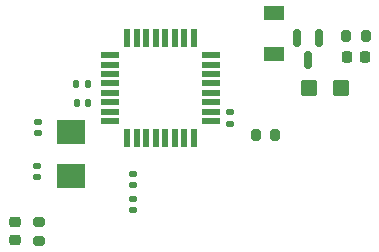
<source format=gbr>
%TF.GenerationSoftware,KiCad,Pcbnew,(6.0.7-1)-1*%
%TF.CreationDate,2023-01-06T18:56:56-05:00*%
%TF.ProjectId,atmega328,61746d65-6761-4333-9238-2e6b69636164,rev?*%
%TF.SameCoordinates,Original*%
%TF.FileFunction,Paste,Top*%
%TF.FilePolarity,Positive*%
%FSLAX46Y46*%
G04 Gerber Fmt 4.6, Leading zero omitted, Abs format (unit mm)*
G04 Created by KiCad (PCBNEW (6.0.7-1)-1) date 2023-01-06 18:56:56*
%MOMM*%
%LPD*%
G01*
G04 APERTURE LIST*
G04 Aperture macros list*
%AMRoundRect*
0 Rectangle with rounded corners*
0 $1 Rounding radius*
0 $2 $3 $4 $5 $6 $7 $8 $9 X,Y pos of 4 corners*
0 Add a 4 corners polygon primitive as box body*
4,1,4,$2,$3,$4,$5,$6,$7,$8,$9,$2,$3,0*
0 Add four circle primitives for the rounded corners*
1,1,$1+$1,$2,$3*
1,1,$1+$1,$4,$5*
1,1,$1+$1,$6,$7*
1,1,$1+$1,$8,$9*
0 Add four rect primitives between the rounded corners*
20,1,$1+$1,$2,$3,$4,$5,0*
20,1,$1+$1,$4,$5,$6,$7,0*
20,1,$1+$1,$6,$7,$8,$9,0*
20,1,$1+$1,$8,$9,$2,$3,0*%
G04 Aperture macros list end*
%ADD10RoundRect,0.140000X0.170000X-0.140000X0.170000X0.140000X-0.170000X0.140000X-0.170000X-0.140000X0*%
%ADD11R,2.400000X2.000000*%
%ADD12RoundRect,0.218750X0.256250X-0.218750X0.256250X0.218750X-0.256250X0.218750X-0.256250X-0.218750X0*%
%ADD13RoundRect,0.200000X-0.200000X-0.275000X0.200000X-0.275000X0.200000X0.275000X-0.200000X0.275000X0*%
%ADD14R,0.550000X1.600000*%
%ADD15R,1.600000X0.550000*%
%ADD16RoundRect,0.140000X0.140000X0.170000X-0.140000X0.170000X-0.140000X-0.170000X0.140000X-0.170000X0*%
%ADD17RoundRect,0.140000X-0.170000X0.140000X-0.170000X-0.140000X0.170000X-0.140000X0.170000X0.140000X0*%
%ADD18RoundRect,0.225000X-0.225000X-0.250000X0.225000X-0.250000X0.225000X0.250000X-0.225000X0.250000X0*%
%ADD19RoundRect,0.250000X-0.450000X-0.425000X0.450000X-0.425000X0.450000X0.425000X-0.450000X0.425000X0*%
%ADD20RoundRect,0.200000X-0.275000X0.200000X-0.275000X-0.200000X0.275000X-0.200000X0.275000X0.200000X0*%
%ADD21RoundRect,0.150000X-0.150000X0.587500X-0.150000X-0.587500X0.150000X-0.587500X0.150000X0.587500X0*%
%ADD22R,1.700000X1.300000*%
G04 APERTURE END LIST*
D10*
%TO.C,C9*%
X140350000Y-103480000D03*
X140350000Y-102520000D03*
%TD*%
D11*
%TO.C,Y1*%
X135084800Y-99014400D03*
X135084800Y-102714400D03*
%TD*%
D12*
%TO.C,D2*%
X130326800Y-108127700D03*
X130326800Y-106552700D03*
%TD*%
D13*
%TO.C,R1*%
X158384800Y-90834400D03*
X160034800Y-90834400D03*
%TD*%
D14*
%TO.C,U1*%
X139870000Y-91010000D03*
X140670000Y-91010000D03*
X141470000Y-91010000D03*
X142270000Y-91010000D03*
X143070000Y-91010000D03*
X143870000Y-91010000D03*
X144670000Y-91010000D03*
X145470000Y-91010000D03*
D15*
X146920000Y-92460000D03*
X146920000Y-93260000D03*
X146920000Y-94060000D03*
X146920000Y-94860000D03*
X146920000Y-95660000D03*
X146920000Y-96460000D03*
X146920000Y-97260000D03*
X146920000Y-98060000D03*
D14*
X145470000Y-99510000D03*
X144670000Y-99510000D03*
X143870000Y-99510000D03*
X143070000Y-99510000D03*
X142270000Y-99510000D03*
X141470000Y-99510000D03*
X140670000Y-99510000D03*
X139870000Y-99510000D03*
D15*
X138420000Y-98060000D03*
X138420000Y-97260000D03*
X138420000Y-96460000D03*
X138420000Y-95660000D03*
X138420000Y-94860000D03*
X138420000Y-94060000D03*
X138420000Y-93260000D03*
X138420000Y-92460000D03*
%TD*%
D16*
%TO.C,C5*%
X136530000Y-96525000D03*
X135570000Y-96525000D03*
%TD*%
D17*
%TO.C,C3*%
X148590000Y-97310000D03*
X148590000Y-98270000D03*
%TD*%
D18*
%TO.C,C1*%
X158424800Y-92624400D03*
X159974800Y-92624400D03*
%TD*%
D10*
%TO.C,C6*%
X132334800Y-99079400D03*
X132334800Y-98119400D03*
%TD*%
D19*
%TO.C,C2*%
X155224800Y-95249400D03*
X157924800Y-95249400D03*
%TD*%
D13*
%TO.C,R2*%
X150750000Y-99200000D03*
X152400000Y-99200000D03*
%TD*%
D10*
%TO.C,C7*%
X132260000Y-102780000D03*
X132260000Y-101820000D03*
%TD*%
D20*
%TO.C,R3*%
X132349800Y-106574400D03*
X132349800Y-108224400D03*
%TD*%
D16*
%TO.C,C4*%
X136520000Y-94930000D03*
X135560000Y-94930000D03*
%TD*%
D17*
%TO.C,C8*%
X140350000Y-104620000D03*
X140350000Y-105580000D03*
%TD*%
D21*
%TO.C,Q1*%
X156124800Y-90996900D03*
X154224800Y-90996900D03*
X155174800Y-92871900D03*
%TD*%
D22*
%TO.C,D1*%
X152250000Y-92400000D03*
X152250000Y-88900000D03*
%TD*%
M02*

</source>
